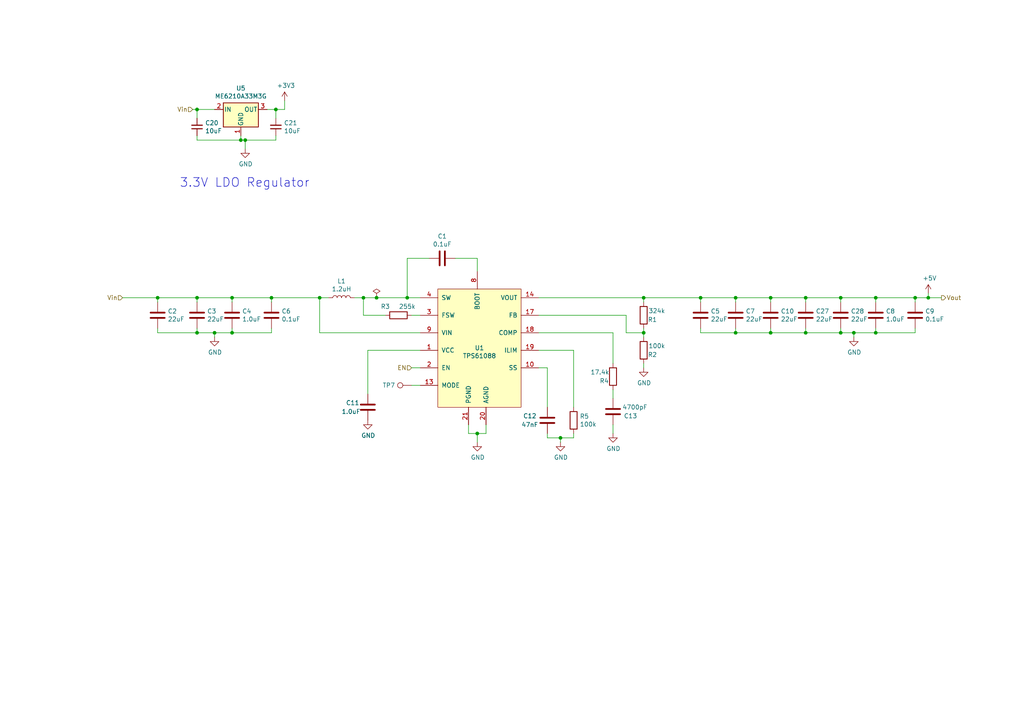
<source format=kicad_sch>
(kicad_sch (version 20210126) (generator eeschema)
  (paper "A4")
  (title_block (title "SuperPower-Leto") (date "2021-01-28") (rev "0.1") (company "SuperPower Team") (comment 1 "Drawn By: Seth Kazarians"))
  (lib_symbols
    (symbol "Connector:TestPoint" (pin_numbers hide) (pin_names (offset 0.762) hide)
      (property "Reference" "TP" (at 0 6.858 0))
      (property "Value" "TestPoint" (at 0 5.08 0))
      (symbol "TestPoint_0_1"
        (circle (center 0 3.302) (radius 0.762))
      )
      (symbol "TestPoint_1_1"
        (pin passive line (at 0 0 90) (length 2.54) (name "1") (number "1"))
      )
    )
    (symbol "Device:C" (pin_numbers hide) (pin_names (offset 0.254))
      (property "Reference" "C" (at 0.635 2.54 0))
      (property "Value" "C" (at 0.635 -2.54 0))
      (symbol "C_0_1"
        (polyline (pts (xy -2.032 -0.762) (xy 2.032 -0.762)) (stroke (width 0.508)))
        (polyline (pts (xy -2.032 0.762) (xy 2.032 0.762)) (stroke (width 0.508)))
      )
      (symbol "C_1_1"
        (pin passive line (at 0 3.81 270) (length 2.794) (name "~") (number "1"))
        (pin passive line (at 0 -3.81 90) (length 2.794) (name "~") (number "2"))
      )
    )
    (symbol "Device:C_Small" (pin_numbers hide) (pin_names (offset 0.254) hide)
      (property "Reference" "C" (at 0.254 1.778 0))
      (property "Value" "C_Small" (at 0.254 -2.032 0))
      (symbol "C_Small_0_1"
        (polyline (pts (xy -1.524 -0.508) (xy 1.524 -0.508)) (stroke (width 0.3302)))
        (polyline (pts (xy -1.524 0.508) (xy 1.524 0.508)) (stroke (width 0.3048)))
      )
      (symbol "C_Small_1_1"
        (pin passive line (at 0 2.54 270) (length 2.032) (name "~") (number "1"))
        (pin passive line (at 0 -2.54 90) (length 2.032) (name "~") (number "2"))
      )
    )
    (symbol "Device:L" (pin_numbers hide) (pin_names (offset 1.016) hide)
      (property "Reference" "L" (at -1.27 0 90))
      (property "Value" "L" (at 1.905 0 90))
      (symbol "L_0_1"
        (arc (start 0 -2.54) (end 0 -1.27) (radius (at 0 -1.905) (length 0.635) (angles -89.9 89.9)))
        (arc (start 0 -1.27) (end 0 0) (radius (at 0 -0.635) (length 0.635) (angles -89.9 89.9)))
        (arc (start 0 0) (end 0 1.27) (radius (at 0 0.635) (length 0.635) (angles -89.9 89.9)))
        (arc (start 0 1.27) (end 0 2.54) (radius (at 0 1.905) (length 0.635) (angles -89.9 89.9)))
      )
      (symbol "L_1_1"
        (pin passive line (at 0 3.81 270) (length 1.27) (name "1") (number "1"))
        (pin passive line (at 0 -3.81 90) (length 1.27) (name "2") (number "2"))
      )
    )
    (symbol "Device:R" (pin_numbers hide) (pin_names (offset 0))
      (property "Reference" "R" (at 2.032 0 90))
      (property "Value" "R" (at 0 0 90))
      (symbol "R_0_1"
        (rectangle (start -1.016 -2.54) (end 1.016 2.54) (stroke (width 0.254)))
      )
      (symbol "R_1_1"
        (pin passive line (at 0 3.81 270) (length 1.27) (name "~") (number "1"))
        (pin passive line (at 0 -3.81 90) (length 1.27) (name "~") (number "2"))
      )
    )
    (symbol "Manual_Lib:ME6210A33M3G" (pin_names (offset 0.254))
      (property "Reference" "U" (at -3.81 3.175 0))
      (property "Value" "ME6210A33M3G" (at 0 3.175 0))
      (symbol "ME6210A33M3G_0_1"
        (rectangle (start -5.08 1.905) (end 5.08 -5.08) (stroke (width 0.254)) (fill (type background)))
      )
      (symbol "ME6210A33M3G_1_1"
        (pin power_in line (at 0 -7.62 90) (length 2.54) (name "GND") (number "1"))
        (pin power_in line (at -7.62 0 0) (length 2.54) (name "IN") (number "2"))
        (pin power_out line (at 7.62 0 180) (length 2.54) (name "OUT") (number "3"))
      )
    )
    (symbol "Manual_Lib:TPS61088" (pin_names (offset 1.016))
      (property "Reference" "U" (at 3.81 16.51 0))
      (property "Value" "TPS61088" (at 0 -1.27 90))
      (symbol "TPS61088_0_1"
        (rectangle (start 12.7 -19.05) (end -11.43 15.24) (fill (type background)))
      )
      (symbol "TPS61088_1_1"
        (pin power_out line (at -16.51 -2.54 0) (length 5.08) (name "VCC") (number "1"))
        (pin output line (at 17.78 -7.62 180) (length 5.08) (name "SS") (number "10"))
        (pin passive line (at -2.54 -24.13 90) (length 5.08) hide (name "NC") (number "11"))
        (pin passive line (at -2.54 -24.13 90) (length 5.08) hide (name "NC") (number "12"))
        (pin input line (at -16.51 -12.7 0) (length 5.08) (name "MODE") (number "13"))
        (pin power_out line (at 17.78 12.7 180) (length 5.08) (name "VOUT") (number "14"))
        (pin passive line (at 17.78 12.7 180) (length 5.08) hide (name "VOUT") (number "15"))
        (pin passive line (at 17.78 12.7 180) (length 5.08) hide (name "VOUT") (number "16"))
        (pin input line (at 17.78 7.62 180) (length 5.08) (name "FB") (number "17"))
        (pin passive line (at 17.78 2.54 180) (length 5.08) (name "COMP") (number "18"))
        (pin passive line (at 17.78 -2.54 180) (length 5.08) (name "ILIM") (number "19"))
        (pin input line (at -16.51 -7.62 0) (length 5.08) (name "EN") (number "2"))
        (pin power_in line (at 2.54 -24.13 90) (length 5.08) (name "AGND") (number "20"))
        (pin power_in line (at -2.54 -24.13 90) (length 5.08) (name "PGND") (number "21"))
        (pin input line (at -16.51 7.62 0) (length 5.08) (name "FSW") (number "3"))
        (pin power_in line (at -16.51 12.7 0) (length 5.08) (name "SW") (number "4"))
        (pin passive line (at -16.51 12.7 0) (length 5.08) hide (name "SW") (number "5"))
        (pin passive line (at -16.51 12.7 0) (length 5.08) hide (name "SW") (number "6"))
        (pin passive line (at -16.51 12.7 0) (length 5.08) hide (name "SW") (number "7"))
        (pin passive line (at 0 20.32 270) (length 5.08) (name "BOOT") (number "8"))
        (pin power_in line (at -16.51 2.54 0) (length 5.08) (name "VIN") (number "9"))
      )
    )
    (symbol "power:+3.3V" (power) (pin_names (offset 0))
      (property "Value" "+3.3V" (at 0 3.556 0))
      (symbol "+3.3V_0_1"
        (polyline (pts (xy -0.762 1.27) (xy 0 2.54)))
        (polyline (pts (xy 0 0) (xy 0 2.54)))
        (polyline (pts (xy 0 2.54) (xy 0.762 1.27)))
      )
      (symbol "+3.3V_1_1"
        (pin power_in line (at 0 0 90) (length 0) hide (name "+3V3") (number "1"))
      )
    )
    (symbol "power:+5V" (power) (pin_names (offset 0))
      (property "Value" "+5V" (at 0 3.556 0))
      (symbol "+5V_0_1"
        (polyline (pts (xy -0.762 1.27) (xy 0 2.54)))
        (polyline (pts (xy 0 0) (xy 0 2.54)))
        (polyline (pts (xy 0 2.54) (xy 0.762 1.27)))
      )
      (symbol "+5V_1_1"
        (pin power_in line (at 0 0 90) (length 0) hide (name "+5V") (number "1"))
      )
    )
    (symbol "power:GND" (power) (pin_names (offset 0))
      (property "Value" "GND" (at 0 -3.81 0))
      (symbol "GND_0_1"
        (polyline (pts (xy 0 0) (xy 0 -1.27) (xy 1.27 -1.27) (xy 0 -2.54) (xy -1.27 -1.27) (xy 0 -1.27)))
      )
      (symbol "GND_1_1"
        (pin power_in line (at 0 0 270) (length 0) hide (name "GND") (number "1"))
      )
    )
    (symbol "power:PWR_FLAG" (power) (pin_numbers hide) (pin_names (offset 0) hide)
      (property "Value" "PWR_FLAG" (at 0 3.81 0))
      (symbol "PWR_FLAG_0_0"
        (pin power_out line (at 0 0 90) (length 0) (name "pwr") (number "1"))
      )
      (symbol "PWR_FLAG_0_1"
        (polyline (pts (xy 0 0) (xy 0 1.27) (xy -1.016 1.905) (xy 0 2.54) (xy 1.016 1.905) (xy 0 1.27)))
      )
    )
  )
  (junction (at 45.72 86.36) (diameter 0.9144))
  (junction (at 57.15 31.75) (diameter 0.9144))
  (junction (at 57.15 86.36) (diameter 0.9144))
  (junction (at 57.15 96.52) (diameter 0.9144))
  (junction (at 62.23 96.52) (diameter 0.9144))
  (junction (at 67.31 86.36) (diameter 0.9144))
  (junction (at 67.31 96.52) (diameter 0.9144))
  (junction (at 69.85 40.64) (diameter 0.9144))
  (junction (at 71.12 40.64) (diameter 0.9144))
  (junction (at 78.74 86.36) (diameter 0.9144))
  (junction (at 80.01 31.75) (diameter 0.9144))
  (junction (at 92.71 86.36) (diameter 0.9144))
  (junction (at 105.41 86.36) (diameter 0.9144))
  (junction (at 109.22 86.36) (diameter 0.9144))
  (junction (at 118.11 86.36) (diameter 0.9144))
  (junction (at 138.43 125.73) (diameter 0.9144))
  (junction (at 162.56 127) (diameter 0.9144))
  (junction (at 186.69 86.36) (diameter 0.9144))
  (junction (at 186.69 96.52) (diameter 0.9144))
  (junction (at 203.2 86.36) (diameter 0.9144))
  (junction (at 213.36 86.36) (diameter 0.9144))
  (junction (at 213.36 96.52) (diameter 0.9144))
  (junction (at 223.52 86.36) (diameter 0.9144))
  (junction (at 223.52 96.52) (diameter 0.9144))
  (junction (at 233.68 86.36) (diameter 0.9144))
  (junction (at 233.68 96.52) (diameter 0.9144))
  (junction (at 243.84 86.36) (diameter 0.9144))
  (junction (at 243.84 96.52) (diameter 0.9144))
  (junction (at 247.65 96.52) (diameter 0.9144))
  (junction (at 254 86.36) (diameter 0.9144))
  (junction (at 254 96.52) (diameter 0.9144))
  (junction (at 265.43 86.36) (diameter 0.9144))
  (junction (at 269.24 86.36) (diameter 0.9144))
  (wire (pts (xy 35.56 86.36) (xy 45.72 86.36)))
  (wire (pts (xy 45.72 86.36) (xy 57.15 86.36)))
  (wire (pts (xy 45.72 87.63) (xy 45.72 86.36)))
  (wire (pts (xy 45.72 96.52) (xy 45.72 95.25)))
  (wire (pts (xy 57.15 31.75) (xy 55.88 31.75)))
  (wire (pts (xy 57.15 31.75) (xy 62.23 31.75)))
  (wire (pts (xy 57.15 34.29) (xy 57.15 31.75)))
  (wire (pts (xy 57.15 40.64) (xy 57.15 39.37)))
  (wire (pts (xy 57.15 86.36) (xy 67.31 86.36)))
  (wire (pts (xy 57.15 87.63) (xy 57.15 86.36)))
  (wire (pts (xy 57.15 96.52) (xy 45.72 96.52)))
  (wire (pts (xy 57.15 96.52) (xy 57.15 95.25)))
  (wire (pts (xy 57.15 96.52) (xy 62.23 96.52)))
  (wire (pts (xy 62.23 96.52) (xy 67.31 96.52)))
  (wire (pts (xy 62.23 97.79) (xy 62.23 96.52)))
  (wire (pts (xy 67.31 86.36) (xy 78.74 86.36)))
  (wire (pts (xy 67.31 87.63) (xy 67.31 86.36)))
  (wire (pts (xy 67.31 95.25) (xy 67.31 96.52)))
  (wire (pts (xy 67.31 96.52) (xy 78.74 96.52)))
  (wire (pts (xy 69.85 40.64) (xy 57.15 40.64)))
  (wire (pts (xy 69.85 40.64) (xy 69.85 39.37)))
  (wire (pts (xy 69.85 40.64) (xy 71.12 40.64)))
  (wire (pts (xy 71.12 40.64) (xy 80.01 40.64)))
  (wire (pts (xy 71.12 43.18) (xy 71.12 40.64)))
  (wire (pts (xy 77.47 31.75) (xy 80.01 31.75)))
  (wire (pts (xy 78.74 86.36) (xy 92.71 86.36)))
  (wire (pts (xy 78.74 87.63) (xy 78.74 86.36)))
  (wire (pts (xy 78.74 96.52) (xy 78.74 95.25)))
  (wire (pts (xy 80.01 31.75) (xy 80.01 34.29)))
  (wire (pts (xy 80.01 31.75) (xy 82.55 31.75)))
  (wire (pts (xy 80.01 40.64) (xy 80.01 39.37)))
  (wire (pts (xy 82.55 31.75) (xy 82.55 29.21)))
  (wire (pts (xy 92.71 86.36) (xy 95.25 86.36)))
  (wire (pts (xy 92.71 96.52) (xy 92.71 86.36)))
  (wire (pts (xy 92.71 96.52) (xy 121.92 96.52)))
  (wire (pts (xy 105.41 86.36) (xy 102.87 86.36)))
  (wire (pts (xy 105.41 91.44) (xy 105.41 86.36)))
  (wire (pts (xy 106.68 101.6) (xy 106.68 114.3)))
  (wire (pts (xy 106.68 101.6) (xy 121.92 101.6)))
  (wire (pts (xy 109.22 86.36) (xy 105.41 86.36)))
  (wire (pts (xy 111.76 91.44) (xy 105.41 91.44)))
  (wire (pts (xy 118.11 74.93) (xy 118.11 86.36)))
  (wire (pts (xy 118.11 86.36) (xy 109.22 86.36)))
  (wire (pts (xy 118.11 86.36) (xy 121.92 86.36)))
  (wire (pts (xy 119.38 111.76) (xy 121.92 111.76)))
  (wire (pts (xy 121.92 91.44) (xy 119.38 91.44)))
  (wire (pts (xy 121.92 106.68) (xy 119.38 106.68)))
  (wire (pts (xy 124.46 74.93) (xy 118.11 74.93)))
  (wire (pts (xy 132.08 74.93) (xy 138.43 74.93)))
  (wire (pts (xy 135.89 125.73) (xy 135.89 123.19)))
  (wire (pts (xy 138.43 74.93) (xy 138.43 78.74)))
  (wire (pts (xy 138.43 125.73) (xy 135.89 125.73)))
  (wire (pts (xy 138.43 125.73) (xy 140.97 125.73)))
  (wire (pts (xy 138.43 128.27) (xy 138.43 125.73)))
  (wire (pts (xy 140.97 125.73) (xy 140.97 123.19)))
  (wire (pts (xy 156.21 86.36) (xy 186.69 86.36)))
  (wire (pts (xy 156.21 91.44) (xy 181.61 91.44)))
  (wire (pts (xy 156.21 101.6) (xy 166.37 101.6)))
  (wire (pts (xy 156.21 106.68) (xy 158.75 106.68)))
  (wire (pts (xy 158.75 118.11) (xy 158.75 106.68)))
  (wire (pts (xy 158.75 127) (xy 158.75 125.73)))
  (wire (pts (xy 162.56 127) (xy 158.75 127)))
  (wire (pts (xy 162.56 128.27) (xy 162.56 127)))
  (wire (pts (xy 166.37 101.6) (xy 166.37 118.11)))
  (wire (pts (xy 166.37 125.73) (xy 166.37 127)))
  (wire (pts (xy 166.37 127) (xy 162.56 127)))
  (wire (pts (xy 177.8 96.52) (xy 156.21 96.52)))
  (wire (pts (xy 177.8 96.52) (xy 177.8 105.41)))
  (wire (pts (xy 177.8 115.57) (xy 177.8 113.03)))
  (wire (pts (xy 177.8 125.73) (xy 177.8 123.19)))
  (wire (pts (xy 181.61 96.52) (xy 181.61 91.44)))
  (wire (pts (xy 186.69 86.36) (xy 203.2 86.36)))
  (wire (pts (xy 186.69 87.63) (xy 186.69 86.36)))
  (wire (pts (xy 186.69 96.52) (xy 181.61 96.52)))
  (wire (pts (xy 186.69 96.52) (xy 186.69 95.25)))
  (wire (pts (xy 186.69 97.79) (xy 186.69 96.52)))
  (wire (pts (xy 186.69 105.41) (xy 186.69 106.68)))
  (wire (pts (xy 203.2 86.36) (xy 213.36 86.36)))
  (wire (pts (xy 203.2 87.63) (xy 203.2 86.36)))
  (wire (pts (xy 203.2 95.25) (xy 203.2 96.52)))
  (wire (pts (xy 203.2 96.52) (xy 213.36 96.52)))
  (wire (pts (xy 213.36 86.36) (xy 223.52 86.36)))
  (wire (pts (xy 213.36 87.63) (xy 213.36 86.36)))
  (wire (pts (xy 213.36 95.25) (xy 213.36 96.52)))
  (wire (pts (xy 213.36 96.52) (xy 223.52 96.52)))
  (wire (pts (xy 223.52 86.36) (xy 233.68 86.36)))
  (wire (pts (xy 223.52 87.63) (xy 223.52 86.36)))
  (wire (pts (xy 223.52 95.25) (xy 223.52 96.52)))
  (wire (pts (xy 223.52 96.52) (xy 233.68 96.52)))
  (wire (pts (xy 233.68 86.36) (xy 243.84 86.36)))
  (wire (pts (xy 233.68 87.63) (xy 233.68 86.36)))
  (wire (pts (xy 233.68 95.25) (xy 233.68 96.52)))
  (wire (pts (xy 233.68 96.52) (xy 243.84 96.52)))
  (wire (pts (xy 243.84 86.36) (xy 254 86.36)))
  (wire (pts (xy 243.84 87.63) (xy 243.84 86.36)))
  (wire (pts (xy 243.84 96.52) (xy 243.84 95.25)))
  (wire (pts (xy 243.84 96.52) (xy 247.65 96.52)))
  (wire (pts (xy 247.65 96.52) (xy 254 96.52)))
  (wire (pts (xy 247.65 97.79) (xy 247.65 96.52)))
  (wire (pts (xy 254 86.36) (xy 265.43 86.36)))
  (wire (pts (xy 254 87.63) (xy 254 86.36)))
  (wire (pts (xy 254 96.52) (xy 254 95.25)))
  (wire (pts (xy 254 96.52) (xy 265.43 96.52)))
  (wire (pts (xy 265.43 86.36) (xy 269.24 86.36)))
  (wire (pts (xy 265.43 87.63) (xy 265.43 86.36)))
  (wire (pts (xy 265.43 96.52) (xy 265.43 95.25)))
  (wire (pts (xy 269.24 85.09) (xy 269.24 86.36)))
  (wire (pts (xy 269.24 86.36) (xy 273.05 86.36)))
  (text "3.3V LDO Regulator" (at 52.07 54.61 0) (effects (font (size 2.54 2.54)) (justify left bottom)))
  (hierarchical_label "Vin" (shape input) (at 35.56 86.36 180))
  (hierarchical_label "Vin" (shape input) (at 55.88 31.75 180))
  (hierarchical_label "EN" (shape input) (at 119.38 106.68 180))
  (hierarchical_label "Vout" (shape output) (at 273.05 86.36 0))
  (symbol (lib_id "power:PWR_FLAG") (at 109.22 86.36 0) (unit 1)
    (property "Reference" "#FLG0105" (effects hide))
    (property "Value" "PWR_FLAG" (effects hide))
  )
  (symbol (lib_id "Connector:TestPoint") (at 119.38 111.76 90)
    (property "Reference" "TP7" (at 114.6048 111.76 90) (effects (justify left)))
    (property "Value" "DNP" (effects hide))
    (property "Footprint" "TestPoint:TestPoint_Pad_1.0x1.0mm" (effects hide))
    (property "Mfg" "DNP" (effects hide))
  )
  (symbol (lib_id "power:+3.3V") (at 82.55 29.21 0)
    (property "Reference" "#PWR020" (effects hide))
    (property "Value" "+3.3V" (at 82.931 24.8158 0))
  )
  (symbol (lib_id "power:+5V") (at 269.24 85.09 0) (unit 1)
    (property "Reference" "#PWR048" (effects hide))
    (property "Value" "+5V" (at 269.621 80.6958 0))
  )
  (symbol (lib_id "Device:L") (at 99.06 86.36 90) (unit 1)
    (property "Reference" "L1" (at 99.06 81.534 90))
    (property "Value" "1.2uH" (at 99.06 83.8454 90))
    (property "Footprint" "SuperPower-RPi-KiCAD:L_Sumida_CDMC8D28_9.5x8.7mm" (effects hide))
    (property "Datasheet" "http://products.sumida.com/products/pdf/CDMC8D28.pdf" (effects hide))
    (property "Mfg" "Sumida" (effects hide))
    (property "Mfg PN" "CDMC8D28NP-1R2MC" (effects hide))
    (property "Digi-Key PN" "308-1618-1-ND" (effects hide))
  )
  (symbol (lib_id "power:GND") (at 62.23 97.79 0) (unit 1)
    (property "Reference" "#PWR01" (effects hide))
    (property "Value" "GND" (at 62.357 102.1842 0))
  )
  (symbol (lib_id "power:GND") (at 71.12 43.18 0)
    (property "Reference" "#PWR016" (effects hide))
    (property "Value" "GND" (at 71.247 47.5742 0))
  )
  (symbol (lib_id "power:GND") (at 106.68 121.92 0) (unit 1)
    (property "Reference" "#PWR04" (effects hide))
    (property "Value" "GND" (at 106.807 126.3142 0))
  )
  (symbol (lib_id "power:GND") (at 138.43 128.27 0) (unit 1)
    (property "Reference" "#PWR05" (effects hide))
    (property "Value" "GND" (at 138.557 132.6642 0))
  )
  (symbol (lib_id "power:GND") (at 162.56 128.27 0) (unit 1)
    (property "Reference" "#PWR06" (effects hide))
    (property "Value" "GND" (at 162.687 132.6642 0))
  )
  (symbol (lib_id "power:GND") (at 177.8 125.73 0) (unit 1)
    (property "Reference" "#PWR07" (effects hide))
    (property "Value" "GND" (at 177.927 130.1242 0))
  )
  (symbol (lib_id "power:GND") (at 186.69 106.68 0) (unit 1)
    (property "Reference" "#PWR03" (effects hide))
    (property "Value" "GND" (at 186.817 111.0742 0))
  )
  (symbol (lib_id "power:GND") (at 247.65 97.79 0) (unit 1)
    (property "Reference" "#PWR02" (effects hide))
    (property "Value" "GND" (at 247.777 102.1842 0))
  )
  (symbol (lib_id "Device:R") (at 115.57 91.44 270) (unit 1)
    (property "Reference" "R3" (at 111.76 88.9 90))
    (property "Value" "255k" (at 118.11 88.9 90))
    (property "Footprint" "Resistor_SMD:R_0603_1608Metric" (effects hide))
    (property "Digi-Key PN" "311-255KHRCT-ND" (effects hide))
    (property "Mfg" "Yageo" (effects hide))
    (property "Mfg PN" "RC0603FR-07255KL" (effects hide))
  )
  (symbol (lib_id "Device:R") (at 166.37 121.92 180) (unit 1)
    (property "Reference" "R5" (at 168.148 120.7516 0) (effects (justify right)))
    (property "Value" "100k" (at 168.148 123.063 0) (effects (justify right)))
    (property "Footprint" "Resistor_SMD:R_0603_1608Metric" (effects hide))
    (property "Digi-Key PN" "311-100KHRCT-ND" (effects hide))
    (property "Mfg" "Yageo" (effects hide))
    (property "Mfg PN" "RC0603FR-07100KL" (effects hide))
  )
  (symbol (lib_id "Device:R") (at 177.8 109.22 0) (unit 1)
    (property "Reference" "R4" (at 175.26 110.49 0))
    (property "Value" "17.4k" (at 173.99 107.95 0))
    (property "Footprint" "Resistor_SMD:R_0402_1005Metric" (effects hide))
    (property "Digi-Key PN" "311-17.4KLRCT-ND" (effects hide))
    (property "Mfg" "Yageo" (effects hide))
    (property "Mfg PN" "RC0402FR-0717K4L" (effects hide))
  )
  (symbol (lib_id "Device:R") (at 186.69 91.44 0) (unit 1)
    (property "Reference" "R1" (at 189.23 92.71 0))
    (property "Value" "324k" (at 190.5 90.17 0))
    (property "Footprint" "Resistor_SMD:R_0402_1005Metric" (effects hide))
    (property "Digi-Key PN" "P324KLCT-ND" (effects hide))
    (property "Mfg" "Panasonic Electronic Components" (effects hide))
    (property "Mfg PN" "ERJ-2RKF3243X" (effects hide))
  )
  (symbol (lib_id "Device:R") (at 186.69 101.6 0) (unit 1)
    (property "Reference" "R2" (at 189.23 102.87 0))
    (property "Value" "100k" (at 190.5 100.33 0))
    (property "Footprint" "Resistor_SMD:R_0402_1005Metric" (effects hide))
    (property "Digi-Key PN" "311-100KLRCT-ND" (effects hide))
    (property "Mfg" "Yageo" (effects hide))
    (property "Mfg PN" "RC0402FR-07100KL" (effects hide))
  )
  (symbol (lib_id "Device:C_Small") (at 57.15 36.83 180)
    (property "Reference" "C20" (at 59.4868 35.6616 0) (effects (justify right)))
    (property "Value" "10uF" (at 59.4868 37.973 0) (effects (justify right)))
    (property "Footprint" "Capacitor_SMD:C_0805_2012Metric" (effects hide))
    (property "Digi-Key PN" "490-5523-1-ND" (effects hide))
    (property "Mfg" "Murata" (effects hide))
    (property "Mfg PN" "GRM21BR61E106KA73L" (effects hide))
  )
  (symbol (lib_id "Device:C_Small") (at 80.01 36.83 180)
    (property "Reference" "C21" (at 82.3468 35.6616 0) (effects (justify right)))
    (property "Value" "10uF" (at 82.3468 37.973 0) (effects (justify right)))
    (property "Footprint" "Capacitor_SMD:C_0805_2012Metric" (effects hide))
    (property "Digi-Key PN" "490-5523-1-ND" (effects hide))
    (property "Mfg" "Murata" (effects hide))
    (property "Mfg PN" "GRM21BR61E106KA73L" (effects hide))
  )
  (symbol (lib_id "Device:C") (at 45.72 91.44 0) (unit 1)
    (property "Reference" "C2" (at 48.641 90.2716 0) (effects (justify left)))
    (property "Value" "22uF" (at 48.641 92.583 0) (effects (justify left)))
    (property "Footprint" "Capacitor_SMD:C_1206_3216Metric" (effects hide))
    (property "Digi-Key PN" "1276-3047-1-ND" (effects hide))
    (property "Mfg" "Samsung" (effects hide))
    (property "Mfg PN" "CL31A226KAHNNNE" (effects hide))
  )
  (symbol (lib_id "Device:C") (at 57.15 91.44 0) (unit 1)
    (property "Reference" "C3" (at 60.071 90.2716 0) (effects (justify left)))
    (property "Value" "22uF" (at 60.071 92.583 0) (effects (justify left)))
    (property "Footprint" "Capacitor_SMD:C_1206_3216Metric" (effects hide))
    (property "Digi-Key PN" "1276-3047-1-ND" (effects hide))
    (property "Mfg" "Samsung" (effects hide))
    (property "Mfg PN" "CL31A226KAHNNNE" (effects hide))
  )
  (symbol (lib_id "Device:C") (at 67.31 91.44 0) (unit 1)
    (property "Reference" "C4" (at 70.231 90.2716 0) (effects (justify left)))
    (property "Value" "1.0uF" (at 70.231 92.583 0) (effects (justify left)))
    (property "Footprint" "Capacitor_SMD:C_0402_1005Metric" (effects hide))
    (property "Digi-Key PN" "490-10017-1-ND" (effects hide))
    (property "Mfg" "Murata Electronics" (effects hide))
    (property "Mfg PN" "GRM155R61E105KA12D" (effects hide))
  )
  (symbol (lib_id "Device:C") (at 78.74 91.44 0) (unit 1)
    (property "Reference" "C6" (at 81.661 90.2716 0) (effects (justify left)))
    (property "Value" "0.1uF" (at 81.661 92.583 0) (effects (justify left)))
    (property "Footprint" "Capacitor_SMD:C_0402_1005Metric" (effects hide))
    (property "Digi-Key PN" "587-1456-1-ND" (effects hide))
    (property "Mfg" "Taiyo Yuden" (effects hide))
    (property "Mfg PN" "TMK105BJ104KV-F" (effects hide))
  )
  (symbol (lib_id "Device:C") (at 106.68 118.11 0) (unit 1)
    (property "Reference" "C11" (at 100.33 116.84 0) (effects (justify left)))
    (property "Value" "1.0uF" (at 99.06 119.38 0) (effects (justify left)))
    (property "Footprint" "Capacitor_SMD:C_0402_1005Metric" (effects hide))
    (property "Digi-Key PN" "490-10017-1-ND" (effects hide))
    (property "Mfg" "Murata Electronics" (effects hide))
    (property "Mfg PN" "GRM155R61E105KA12D" (effects hide))
  )
  (symbol (lib_id "Device:C") (at 128.27 74.93 270) (unit 1)
    (property "Reference" "C1" (at 128.27 68.5292 90))
    (property "Value" "0.1uF" (at 128.27 70.8406 90))
    (property "Footprint" "Capacitor_SMD:C_0402_1005Metric" (effects hide))
    (property "Digi-Key PN" "587-1456-1-ND" (effects hide))
    (property "Mfg" "Taiyo Yuden" (effects hide))
    (property "Mfg PN" "TMK105BJ104KV-F" (effects hide))
  )
  (symbol (lib_id "Device:C") (at 158.75 121.92 0) (mirror x) (unit 1)
    (property "Reference" "C12" (at 153.67 120.65 0))
    (property "Value" "47nF" (at 153.67 123.19 0))
    (property "Footprint" "Capacitor_SMD:C_0402_1005Metric" (effects hide))
    (property "Datasheet" "https://search.murata.co.jp/Ceramy/image/img/A01X/G101/ENG/GRM155R71E473KA88-01.pdf" (effects hide))
    (property "Mfg" "Murata" (effects hide))
    (property "Mfg PN" "GRM155R71E473KA88D" (effects hide))
    (property "Digi-Key PN" "490-3254-1-ND" (effects hide))
  )
  (symbol (lib_id "Device:C") (at 177.8 119.38 0) (mirror y) (unit 1)
    (property "Reference" "C13" (at 182.88 120.65 0))
    (property "Value" "4700pF" (at 184.15 118.11 0))
    (property "Footprint" "Capacitor_SMD:C_0402_1005Metric" (effects hide))
    (property "Datasheet" "https://www.yageo.com/upload/media/product/productsearch/datasheet/mlcc/UPY-GPHC_X7R_6.3V-to-50V_18.pdf" (effects hide))
    (property "Mfg" "Yageo" (effects hide))
    (property "Mfg PN" "CC0402KRX7R8BB472" (effects hide))
    (property "Digi-Key PN" "311-1039-1-ND" (effects hide))
  )
  (symbol (lib_id "Device:C") (at 203.2 91.44 0) (unit 1)
    (property "Reference" "C5" (at 206.121 90.2716 0) (effects (justify left)))
    (property "Value" "22uF" (at 206.121 92.583 0) (effects (justify left)))
    (property "Footprint" "Capacitor_SMD:C_1206_3216Metric" (effects hide))
    (property "Digi-Key PN" "1276-3047-1-ND" (effects hide))
    (property "Mfg" "Samsung" (effects hide))
    (property "Mfg PN" "CL31A226KAHNNNE" (effects hide))
  )
  (symbol (lib_id "Device:C") (at 213.36 91.44 0) (unit 1)
    (property "Reference" "C7" (at 216.281 90.2716 0) (effects (justify left)))
    (property "Value" "22uF" (at 216.281 92.583 0) (effects (justify left)))
    (property "Footprint" "Capacitor_SMD:C_1206_3216Metric" (effects hide))
    (property "Digi-Key PN" "1276-3047-1-ND" (effects hide))
    (property "Mfg" "Samsung" (effects hide))
    (property "Mfg PN" "CL31A226KAHNNNE" (effects hide))
  )
  (symbol (lib_id "Device:C") (at 223.52 91.44 0) (unit 1)
    (property "Reference" "C10" (at 226.441 90.2716 0) (effects (justify left)))
    (property "Value" "22uF" (at 226.441 92.583 0) (effects (justify left)))
    (property "Footprint" "Capacitor_SMD:C_1206_3216Metric" (effects hide))
    (property "Digi-Key PN" "1276-3047-1-ND" (effects hide))
    (property "Mfg" "Samsung" (effects hide))
    (property "Mfg PN" "CL31A226KAHNNNE" (effects hide))
  )
  (symbol (lib_id "Device:C") (at 233.68 91.44 0) (unit 1)
    (property "Reference" "C27" (at 236.601 90.2716 0) (effects (justify left)))
    (property "Value" "22uF" (at 236.601 92.583 0) (effects (justify left)))
    (property "Footprint" "Capacitor_SMD:C_1206_3216Metric" (effects hide))
    (property "Digi-Key PN" "1276-3047-1-ND" (effects hide))
    (property "Mfg" "Samsung" (effects hide))
    (property "Mfg PN" "CL31A226KAHNNNE" (effects hide))
  )
  (symbol (lib_id "Device:C") (at 243.84 91.44 0) (unit 1)
    (property "Reference" "C28" (at 246.761 90.2716 0) (effects (justify left)))
    (property "Value" "22uF" (at 246.761 92.583 0) (effects (justify left)))
    (property "Footprint" "Capacitor_SMD:C_1206_3216Metric" (effects hide))
    (property "Digi-Key PN" "1276-3047-1-ND" (effects hide))
    (property "Mfg" "Samsung" (effects hide))
    (property "Mfg PN" "CL31A226KAHNNNE" (effects hide))
  )
  (symbol (lib_id "Device:C") (at 254 91.44 0) (unit 1)
    (property "Reference" "C8" (at 256.921 90.2716 0) (effects (justify left)))
    (property "Value" "1.0uF" (at 256.921 92.583 0) (effects (justify left)))
    (property "Footprint" "Capacitor_SMD:C_0402_1005Metric" (effects hide))
    (property "Digi-Key PN" "490-10017-1-ND" (effects hide))
    (property "Mfg" "Murata Electronics" (effects hide))
    (property "Mfg PN" "GRM155R61E105KA12D" (effects hide))
  )
  (symbol (lib_id "Device:C") (at 265.43 91.44 0) (unit 1)
    (property "Reference" "C9" (at 268.351 90.2716 0) (effects (justify left)))
    (property "Value" "0.1uF" (at 268.351 92.583 0) (effects (justify left)))
    (property "Footprint" "Capacitor_SMD:C_0402_1005Metric" (effects hide))
    (property "Digi-Key PN" "587-1456-1-ND" (effects hide))
    (property "Mfg" "Taiyo Yuden" (effects hide))
    (property "Mfg PN" "TMK105BJ104KV-F" (effects hide))
  )
  (symbol (lib_id "Manual_Lib:ME6210A33M3G") (at 69.85 31.75 0)
    (property "Reference" "U5" (at 69.85 25.6032 0))
    (property "Value" "ME6210A33M3G" (at 69.85 27.9146 0))
    (property "Footprint" "Package_TO_SOT_SMD:SOT-23" (effects hide))
    (property "Datasheet" "https://datasheet.lcsc.com/szlcsc/1810201611_MICRONE-Nanjing-Micro-One-Elec-ME6210A33PG_C85233.pdf" (effects hide))
    (property "Mfg" "MicrOne" (effects hide))
    (property "Mfg PN" "ME6210A33M3G" (effects hide))
  )
  (symbol (lib_id "Manual_Lib:TPS61088") (at 138.43 99.06 0)
    (property "Reference" "U1" (at 139.065 100.9142 0))
    (property "Value" "TPS61088" (at 139.065 103.2256 0))
    (property "Footprint" "SuperPower-RPi-KiCAD:TI_VQFN_3.5x4.5mm" (effects hide))
    (property "Datasheet" "https://www.ti.com/lit/ds/symlink/tps61088.pdf?ts=1601341027862" (effects hide))
    (property "Digi-Key PN" "296-43620-1-ND" (effects hide))
    (property "Mfg" "Texas Instruments" (effects hide))
    (property "Mfg PN" "TPS61088RHLR" (effects hide))
  )
)
</source>
